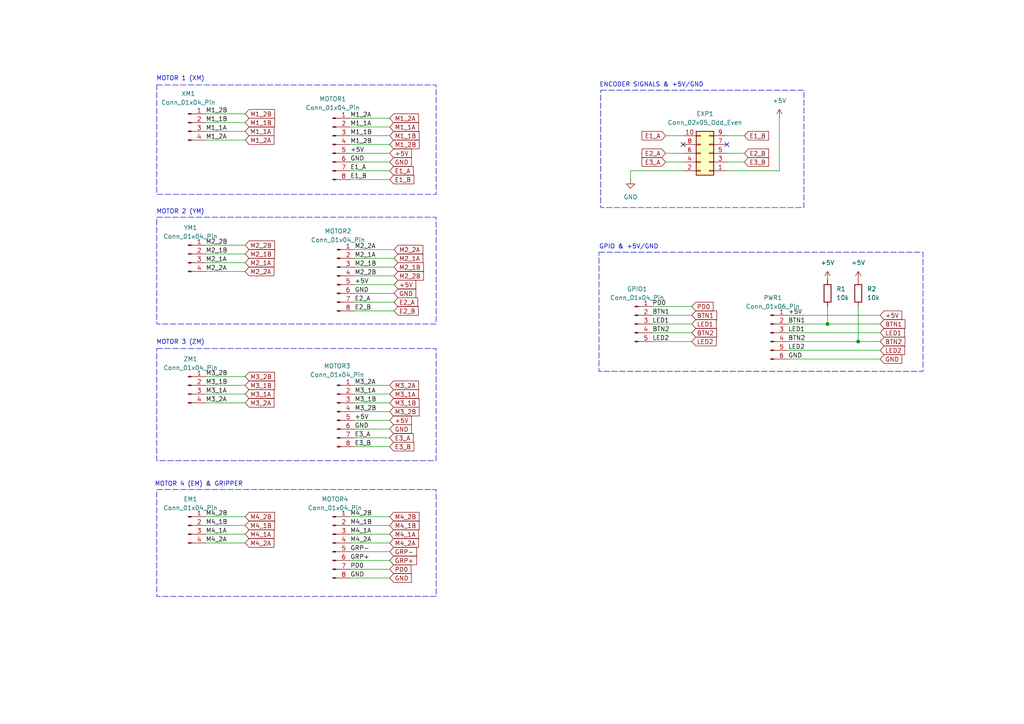
<source format=kicad_sch>
(kicad_sch (version 20231120) (generator "eeschema") (generator_version "8.0")
  (paper "A4")
  (lib_symbols
    (symbol "Connector:Conn_01x04_Pin" (pin_names (offset 1.016) hide)
      (property "Reference" "J" (at 0 5.08 0))
      (property "Value" "Conn_01x04_Pin" (at 0 -7.62 0))
      (symbol "Conn_01x04_Pin_1_1"
        (polyline (pts (xy 1.27 -5.08) (xy 0.8636 -5.08)) (stroke (width 0.1524)))
        (polyline (pts (xy 1.27 -2.54) (xy 0.8636 -2.54)) (stroke (width 0.1524)))
        (polyline (pts (xy 1.27 0) (xy 0.8636 0)) (stroke (width 0.1524)))
        (polyline (pts (xy 1.27 2.54) (xy 0.8636 2.54)) (stroke (width 0.1524)))
        (rectangle (start 0.8636 -4.953) (end 0 -5.207) (stroke (width 0.1524)) (fill (type outline)))
        (rectangle (start 0.8636 -2.413) (end 0 -2.667) (stroke (width 0.1524)) (fill (type outline)))
        (rectangle (start 0.8636 0.127) (end 0 -0.127) (stroke (width 0.1524)) (fill (type outline)))
        (rectangle (start 0.8636 2.667) (end 0 2.413) (stroke (width 0.1524)) (fill (type outline)))
        (pin passive line (at 5.08 2.54 180) (length 3.81) (name "Pin_1") (number "1"))
        (pin passive line (at 5.08 0 180) (length 3.81) (name "Pin_2") (number "2"))
        (pin passive line (at 5.08 -2.54 180) (length 3.81) (name "Pin_3") (number "3"))
        (pin passive line (at 5.08 -5.08 180) (length 3.81) (name "Pin_4") (number "4"))
      )
    )
    (symbol "Connector:Conn_01x05_Pin" (pin_names (offset 1.016) hide)
      (property "Reference" "J" (at 0 7.62 0))
      (property "Value" "Conn_01x05_Pin" (at 0 -7.62 0))
      (symbol "Conn_01x05_Pin_1_1"
        (polyline (pts (xy 1.27 -5.08) (xy 0.8636 -5.08)) (stroke (width 0.1524)))
        (polyline (pts (xy 1.27 -2.54) (xy 0.8636 -2.54)) (stroke (width 0.1524)))
        (polyline (pts (xy 1.27 0) (xy 0.8636 0)) (stroke (width 0.1524)))
        (polyline (pts (xy 1.27 2.54) (xy 0.8636 2.54)) (stroke (width 0.1524)))
        (polyline (pts (xy 1.27 5.08) (xy 0.8636 5.08)) (stroke (width 0.1524)))
        (rectangle (start 0.8636 -4.953) (end 0 -5.207) (stroke (width 0.1524)) (fill (type outline)))
        (rectangle (start 0.8636 -2.413) (end 0 -2.667) (stroke (width 0.1524)) (fill (type outline)))
        (rectangle (start 0.8636 0.127) (end 0 -0.127) (stroke (width 0.1524)) (fill (type outline)))
        (rectangle (start 0.8636 2.667) (end 0 2.413) (stroke (width 0.1524)) (fill (type outline)))
        (rectangle (start 0.8636 5.207) (end 0 4.953) (stroke (width 0.1524)) (fill (type outline)))
        (pin passive line (at 5.08 5.08 180) (length 3.81) (name "Pin_1") (number "1"))
        (pin passive line (at 5.08 2.54 180) (length 3.81) (name "Pin_2") (number "2"))
        (pin passive line (at 5.08 0 180) (length 3.81) (name "Pin_3") (number "3"))
        (pin passive line (at 5.08 -2.54 180) (length 3.81) (name "Pin_4") (number "4"))
        (pin passive line (at 5.08 -5.08 180) (length 3.81) (name "Pin_5") (number "5"))
      )
    )
    (symbol "Connector:Conn_01x06_Pin" (pin_names (offset 1.016) hide)
      (property "Reference" "J" (at 0 7.62 0))
      (property "Value" "Conn_01x06_Pin" (at 0 -10.16 0))
      (symbol "Conn_01x06_Pin_1_1"
        (polyline (pts (xy 1.27 -7.62) (xy 0.8636 -7.62)) (stroke (width 0.1524)))
        (polyline (pts (xy 1.27 -5.08) (xy 0.8636 -5.08)) (stroke (width 0.1524)))
        (polyline (pts (xy 1.27 -2.54) (xy 0.8636 -2.54)) (stroke (width 0.1524)))
        (polyline (pts (xy 1.27 0) (xy 0.8636 0)) (stroke (width 0.1524)))
        (polyline (pts (xy 1.27 2.54) (xy 0.8636 2.54)) (stroke (width 0.1524)))
        (polyline (pts (xy 1.27 5.08) (xy 0.8636 5.08)) (stroke (width 0.1524)))
        (rectangle (start 0.8636 -7.493) (end 0 -7.747) (stroke (width 0.1524)) (fill (type outline)))
        (rectangle (start 0.8636 -4.953) (end 0 -5.207) (stroke (width 0.1524)) (fill (type outline)))
        (rectangle (start 0.8636 -2.413) (end 0 -2.667) (stroke (width 0.1524)) (fill (type outline)))
        (rectangle (start 0.8636 0.127) (end 0 -0.127) (stroke (width 0.1524)) (fill (type outline)))
        (rectangle (start 0.8636 2.667) (end 0 2.413) (stroke (width 0.1524)) (fill (type outline)))
        (rectangle (start 0.8636 5.207) (end 0 4.953) (stroke (width 0.1524)) (fill (type outline)))
        (pin passive line (at 5.08 5.08 180) (length 3.81) (name "Pin_1") (number "1"))
        (pin passive line (at 5.08 2.54 180) (length 3.81) (name "Pin_2") (number "2"))
        (pin passive line (at 5.08 0 180) (length 3.81) (name "Pin_3") (number "3"))
        (pin passive line (at 5.08 -2.54 180) (length 3.81) (name "Pin_4") (number "4"))
        (pin passive line (at 5.08 -5.08 180) (length 3.81) (name "Pin_5") (number "5"))
        (pin passive line (at 5.08 -7.62 180) (length 3.81) (name "Pin_6") (number "6"))
      )
    )
    (symbol "Connector:Conn_01x08_Pin" (pin_names (offset 1.016) hide)
      (property "Reference" "J" (at 0 10.16 0))
      (property "Value" "Conn_01x08_Pin" (at 0 -12.7 0))
      (symbol "Conn_01x08_Pin_1_1"
        (polyline (pts (xy 1.27 -10.16) (xy 0.8636 -10.16)) (stroke (width 0.1524)))
        (polyline (pts (xy 1.27 -7.62) (xy 0.8636 -7.62)) (stroke (width 0.1524)))
        (polyline (pts (xy 1.27 -5.08) (xy 0.8636 -5.08)) (stroke (width 0.1524)))
        (polyline (pts (xy 1.27 -2.54) (xy 0.8636 -2.54)) (stroke (width 0.1524)))
        (polyline (pts (xy 1.27 0) (xy 0.8636 0)) (stroke (width 0.1524)))
        (polyline (pts (xy 1.27 2.54) (xy 0.8636 2.54)) (stroke (width 0.1524)))
        (polyline (pts (xy 1.27 5.08) (xy 0.8636 5.08)) (stroke (width 0.1524)))
        (polyline (pts (xy 1.27 7.62) (xy 0.8636 7.62)) (stroke (width 0.1524)))
        (rectangle (start 0.8636 -10.033) (end 0 -10.287) (stroke (width 0.1524)) (fill (type outline)))
        (rectangle (start 0.8636 -7.493) (end 0 -7.747) (stroke (width 0.1524)) (fill (type outline)))
        (rectangle (start 0.8636 -4.953) (end 0 -5.207) (stroke (width 0.1524)) (fill (type outline)))
        (rectangle (start 0.8636 -2.413) (end 0 -2.667) (stroke (width 0.1524)) (fill (type outline)))
        (rectangle (start 0.8636 0.127) (end 0 -0.127) (stroke (width 0.1524)) (fill (type outline)))
        (rectangle (start 0.8636 2.667) (end 0 2.413) (stroke (width 0.1524)) (fill (type outline)))
        (rectangle (start 0.8636 5.207) (end 0 4.953) (stroke (width 0.1524)) (fill (type outline)))
        (rectangle (start 0.8636 7.747) (end 0 7.493) (stroke (width 0.1524)) (fill (type outline)))
        (pin passive line (at 5.08 7.62 180) (length 3.81) (name "Pin_1") (number "1"))
        (pin passive line (at 5.08 5.08 180) (length 3.81) (name "Pin_2") (number "2"))
        (pin passive line (at 5.08 2.54 180) (length 3.81) (name "Pin_3") (number "3"))
        (pin passive line (at 5.08 0 180) (length 3.81) (name "Pin_4") (number "4"))
        (pin passive line (at 5.08 -2.54 180) (length 3.81) (name "Pin_5") (number "5"))
        (pin passive line (at 5.08 -5.08 180) (length 3.81) (name "Pin_6") (number "6"))
        (pin passive line (at 5.08 -7.62 180) (length 3.81) (name "Pin_7") (number "7"))
        (pin passive line (at 5.08 -10.16 180) (length 3.81) (name "Pin_8") (number "8"))
      )
    )
    (symbol "Connector_Generic:Conn_02x05_Odd_Even" (pin_names (offset 1.016) hide)
      (property "Reference" "J" (at 1.27 7.62 0))
      (property "Value" "Conn_02x05_Odd_Even" (at 1.27 -7.62 0))
      (symbol "Conn_02x05_Odd_Even_1_1"
        (rectangle (start -1.27 -4.953) (end 0 -5.207) (stroke (width 0.1524)))
        (rectangle (start -1.27 -2.413) (end 0 -2.667) (stroke (width 0.1524)))
        (rectangle (start -1.27 0.127) (end 0 -0.127) (stroke (width 0.1524)))
        (rectangle (start -1.27 2.667) (end 0 2.413) (stroke (width 0.1524)))
        (rectangle (start -1.27 5.207) (end 0 4.953) (stroke (width 0.1524)))
        (rectangle (start -1.27 6.35) (end 3.81 -6.35) (stroke (width 0.254)) (fill (type background)))
        (rectangle (start 3.81 -4.953) (end 2.54 -5.207) (stroke (width 0.1524)))
        (rectangle (start 3.81 -2.413) (end 2.54 -2.667) (stroke (width 0.1524)))
        (rectangle (start 3.81 0.127) (end 2.54 -0.127) (stroke (width 0.1524)))
        (rectangle (start 3.81 2.667) (end 2.54 2.413) (stroke (width 0.1524)))
        (rectangle (start 3.81 5.207) (end 2.54 4.953) (stroke (width 0.1524)))
        (pin passive line (at -5.08 5.08 0) (length 3.81) (name "Pin_1") (number "1"))
        (pin passive line (at 7.62 -5.08 180) (length 3.81) (name "Pin_10") (number "10"))
        (pin passive line (at 7.62 5.08 180) (length 3.81) (name "Pin_2") (number "2"))
        (pin passive line (at -5.08 2.54 0) (length 3.81) (name "Pin_3") (number "3"))
        (pin passive line (at 7.62 2.54 180) (length 3.81) (name "Pin_4") (number "4"))
        (pin passive line (at -5.08 0 0) (length 3.81) (name "Pin_5") (number "5"))
        (pin passive line (at 7.62 0 180) (length 3.81) (name "Pin_6") (number "6"))
        (pin passive line (at -5.08 -2.54 0) (length 3.81) (name "Pin_7") (number "7"))
        (pin passive line (at 7.62 -2.54 180) (length 3.81) (name "Pin_8") (number "8"))
        (pin passive line (at -5.08 -5.08 0) (length 3.81) (name "Pin_9") (number "9"))
      )
    )
    (symbol "Device:R" (pin_numbers hide) (pin_names (offset 0))
      (property "Reference" "R" (at 2.032 0 90))
      (property "Value" "R" (at 0 0 90))
      (symbol "R_0_1"
        (rectangle (start -1.016 -2.54) (end 1.016 2.54) (stroke (width 0.254)))
      )
      (symbol "R_1_1"
        (pin passive line (at 0 3.81 270) (length 1.27) (name "~") (number "1"))
        (pin passive line (at 0 -3.81 90) (length 1.27) (name "~") (number "2"))
      )
    )
    (symbol "power:+5V" (power) (pin_numbers hide) (pin_names (offset 0) hide)
      (property "Value" "+5V" (at 0 3.556 0))
      (symbol "+5V_0_1"
        (polyline (pts (xy -0.762 1.27) (xy 0 2.54)))
        (polyline (pts (xy 0 0) (xy 0 2.54)))
        (polyline (pts (xy 0 2.54) (xy 0.762 1.27)))
      )
      (symbol "+5V_1_1"
        (pin power_in line (at 0 0 90) (length 0) (name "~") (number "1"))
      )
    )
    (symbol "power:GND" (power) (pin_numbers hide) (pin_names (offset 0) hide)
      (property "Value" "GND" (at 0 -3.81 0))
      (symbol "GND_0_1"
        (polyline (pts (xy 0 0) (xy 0 -1.27) (xy 1.27 -1.27) (xy 0 -2.54) (xy -1.27 -1.27) (xy 0 -1.27)))
      )
      (symbol "GND_1_1"
        (pin power_in line (at 0 0 270) (length 0) (name "~") (number "1"))
      )
    )
  )
  (junction (at 240.03 93.98))
  (junction (at 248.92 99.06))
  (no_connect (at 210.82 41.91))
  (no_connect (at 198.12 41.91))
  (wire (pts (xy 228.6 91.44) (xy 255.27 91.44)))
  (wire (pts (xy 59.69 33.02) (xy 71.12 33.02)))
  (wire (pts (xy 182.88 49.53) (xy 198.12 49.53)))
  (wire (pts (xy 102.87 72.39) (xy 114.3 72.39)))
  (wire (pts (xy 102.87 127) (xy 113.03 127)))
  (wire (pts (xy 102.87 80.01) (xy 114.3 80.01)))
  (wire (pts (xy 189.23 99.06) (xy 200.66 99.06)))
  (wire (pts (xy 210.82 44.45) (xy 215.9 44.45)))
  (wire (pts (xy 59.69 76.2) (xy 71.12 76.2)))
  (wire (pts (xy 59.69 38.1) (xy 71.12 38.1)))
  (wire (pts (xy 193.04 46.99) (xy 198.12 46.99)))
  (wire (pts (xy 101.6 154.94) (xy 113.03 154.94)))
  (wire (pts (xy 101.6 167.64) (xy 113.03 167.64)))
  (wire (pts (xy 101.6 46.99) (xy 113.03 46.99)))
  (wire (pts (xy 102.87 124.46) (xy 113.03 124.46)))
  (wire (pts (xy 59.69 71.12) (xy 71.12 71.12)))
  (wire (pts (xy 59.69 152.4) (xy 71.12 152.4)))
  (wire (pts (xy 102.87 129.54) (xy 113.03 129.54)))
  (wire (pts (xy 189.23 88.9) (xy 200.66 88.9)))
  (wire (pts (xy 248.92 88.9) (xy 248.92 99.06)))
  (wire (pts (xy 193.04 44.45) (xy 198.12 44.45)))
  (wire (pts (xy 228.6 96.52) (xy 255.27 96.52)))
  (wire (pts (xy 59.69 73.66) (xy 71.12 73.66)))
  (wire (pts (xy 59.69 78.74) (xy 71.12 78.74)))
  (wire (pts (xy 210.82 39.37) (xy 215.9 39.37)))
  (wire (pts (xy 59.69 116.84) (xy 71.12 116.84)))
  (wire (pts (xy 59.69 149.86) (xy 71.12 149.86)))
  (wire (pts (xy 102.87 119.38) (xy 113.03 119.38)))
  (wire (pts (xy 101.6 157.48) (xy 113.03 157.48)))
  (wire (pts (xy 248.92 99.06) (xy 255.27 99.06)))
  (wire (pts (xy 228.6 104.14) (xy 255.27 104.14)))
  (wire (pts (xy 102.87 77.47) (xy 114.3 77.47)))
  (wire (pts (xy 102.87 82.55) (xy 114.3 82.55)))
  (wire (pts (xy 101.6 39.37) (xy 113.03 39.37)))
  (wire (pts (xy 101.6 165.1) (xy 113.03 165.1)))
  (wire (pts (xy 101.6 41.91) (xy 113.03 41.91)))
  (wire (pts (xy 102.87 111.76) (xy 113.03 111.76)))
  (wire (pts (xy 59.69 109.22) (xy 71.12 109.22)))
  (wire (pts (xy 102.87 121.92) (xy 113.03 121.92)))
  (wire (pts (xy 59.69 35.56) (xy 71.12 35.56)))
  (wire (pts (xy 59.69 40.64) (xy 71.12 40.64)))
  (wire (pts (xy 102.87 87.63) (xy 114.3 87.63)))
  (wire (pts (xy 226.06 34.29) (xy 226.06 49.53)))
  (wire (pts (xy 210.82 46.99) (xy 215.9 46.99)))
  (wire (pts (xy 102.87 116.84) (xy 113.03 116.84)))
  (wire (pts (xy 59.69 154.94) (xy 71.12 154.94)))
  (wire (pts (xy 228.6 101.6) (xy 255.27 101.6)))
  (wire (pts (xy 210.82 49.53) (xy 226.06 49.53)))
  (wire (pts (xy 101.6 44.45) (xy 113.03 44.45)))
  (wire (pts (xy 102.87 90.17) (xy 114.3 90.17)))
  (wire (pts (xy 102.87 85.09) (xy 114.3 85.09)))
  (wire (pts (xy 101.6 162.56) (xy 113.03 162.56)))
  (wire (pts (xy 240.03 88.9) (xy 240.03 93.98)))
  (wire (pts (xy 101.6 49.53) (xy 113.03 49.53)))
  (wire (pts (xy 189.23 96.52) (xy 200.66 96.52)))
  (wire (pts (xy 59.69 111.76) (xy 71.12 111.76)))
  (wire (pts (xy 101.6 36.83) (xy 113.03 36.83)))
  (wire (pts (xy 101.6 160.02) (xy 113.03 160.02)))
  (wire (pts (xy 59.69 157.48) (xy 71.12 157.48)))
  (wire (pts (xy 101.6 149.86) (xy 113.03 149.86)))
  (wire (pts (xy 102.87 114.3) (xy 113.03 114.3)))
  (wire (pts (xy 102.87 74.93) (xy 114.3 74.93)))
  (wire (pts (xy 240.03 93.98) (xy 255.27 93.98)))
  (wire (pts (xy 193.04 39.37) (xy 198.12 39.37)))
  (wire (pts (xy 101.6 152.4) (xy 113.03 152.4)))
  (wire (pts (xy 101.6 52.07) (xy 113.03 52.07)))
  (wire (pts (xy 189.23 93.98) (xy 200.66 93.98)))
  (wire (pts (xy 101.6 34.29) (xy 113.03 34.29)))
  (wire (pts (xy 59.69 114.3) (xy 71.12 114.3)))
  (wire (pts (xy 182.88 52.07) (xy 182.88 49.53)))
  (wire (pts (xy 228.6 99.06) (xy 248.92 99.06)))
  (wire (pts (xy 189.23 91.44) (xy 200.66 91.44)))
  (wire (pts (xy 228.6 93.98) (xy 240.03 93.98)))
  (rectangle (start 45.466 24.638) (end 126.492 56.388) (stroke (width 0) (type dash)))
  (rectangle (start 45.466 141.986) (end 126.492 172.974) (stroke (width 0) (type dash)))
  (rectangle (start 45.466 62.992) (end 126.492 93.98) (stroke (width 0) (type dash)))
  (rectangle (start 173.736 73.152) (end 267.716 107.696) (stroke (width 0) (type dash)))
  (rectangle (start 45.466 101.092) (end 126.492 133.604) (stroke (width 0) (type dash)))
  (rectangle (start 174.244 26.162) (end 233.172 60.198) (stroke (width 0) (type dash)))
  (text "ENCODER SIGNALS & +5V/GND" (at 188.976 24.638 0) (effects (font (size 1.27 1.27))))
  (text "MOTOR 3 (ZM)" (at 52.324 99.314 0) (effects (font (size 1.27 1.27))))
  (text "MOTOR 4 (EM) & GRIPPER" (at 57.658 140.462 0) (effects (font (size 1.27 1.27))))
  (text "MOTOR 1 (XM)" (at 52.324 22.86 0) (effects (font (size 1.27 1.27))))
  (text "GPIO & +5V/GND" (at 182.372 71.628 0) (effects (font (size 1.27 1.27))))
  (text "MOTOR 2 (YM)" (at 52.324 61.468 0) (effects (font (size 1.27 1.27))))
  (label "LED2" (at 189.23 99.06 0))
  (label "GRP+" (at 101.6 162.56 0))
  (label "M1_2A" (at 59.69 40.64 0))
  (label "M4_1A" (at 59.69 154.94 0))
  (label "+5V" (at 101.6 44.45 0))
  (label "PD0" (at 101.6 165.1 0))
  (label "GND" (at 102.87 85.09 0))
  (label "GND" (at 102.87 124.46 0))
  (label "M2_1A" (at 59.69 76.2 0))
  (label "+5V" (at 102.87 121.92 0))
  (label "M3_2A" (at 59.69 116.84 0))
  (label "LED2" (at 228.6 101.6 0))
  (label "GND" (at 101.6 46.99 0))
  (label "PD0" (at 189.23 88.9 0))
  (label "M2_2A" (at 59.69 78.74 0))
  (label "M3_1A" (at 59.69 114.3 0))
  (label "M3_1B" (at 59.69 111.76 0))
  (label "M3_2A" (at 102.87 111.76 0))
  (label "M1_1B" (at 101.6 39.37 0))
  (label "M3_2B" (at 59.69 109.22 0))
  (label "M1_2A" (at 101.6 34.29 0))
  (label "E3_B" (at 102.87 129.54 0))
  (label "M2_1B" (at 59.69 73.66 0))
  (label "+5V" (at 102.87 82.55 0))
  (label "E3_A" (at 102.87 127 0))
  (label "M2_2B" (at 102.87 80.01 0))
  (label "LED1" (at 228.6 96.52 0))
  (label "BTN1" (at 228.6 93.98 0))
  (label "E2_A" (at 102.87 87.63 0))
  (label "M2_2B" (at 59.69 71.12 0))
  (label "M2_1A" (at 102.87 74.93 0))
  (label "E1_A" (at 101.6 49.53 0))
  (label "GRP-" (at 101.6 160.02 0))
  (label "M4_1B" (at 59.69 152.4 0))
  (label "M1_2B" (at 101.6 41.91 0))
  (label "GND" (at 228.6 104.14 0))
  (label "M4_1B" (at 101.6 152.4 0))
  (label "M3_1A" (at 102.87 114.3 0))
  (label "BTN1" (at 189.23 91.44 0))
  (label "M1_1A" (at 59.69 38.1 0))
  (label "M2_1B" (at 102.87 77.47 0))
  (label "BTN2" (at 189.23 96.52 0))
  (label "M4_2B" (at 59.69 149.86 0))
  (label "E1_B" (at 101.6 52.07 0))
  (label "M4_1A" (at 101.6 154.94 0))
  (label "M4_2A" (at 101.6 157.48 0))
  (label "+5V" (at 228.6 91.44 0))
  (label "E2_B" (at 102.87 90.17 0))
  (label "M1_1B" (at 59.69 35.56 0))
  (label "M2_2A" (at 102.87 72.39 0))
  (label "BTN2" (at 228.6 99.06 0))
  (label "M3_1B" (at 102.87 116.84 0))
  (label "M4_2A" (at 59.69 157.48 0))
  (label "M3_2B" (at 102.87 119.38 0))
  (label "LED1" (at 189.23 93.98 0))
  (label "M1_2B" (at 59.69 33.02 0))
  (label "M1_1A" (at 101.6 36.83 0))
  (label "M4_2B" (at 101.6 149.86 0))
  (label "GND" (at 101.6 167.64 0))
  (global_label "M1_1B" (shape input) (at 113.03 39.37 0) (property "Intersheetrefs" "${INTERSHEET_REFS}" (effects (hide yes))))
  (global_label "M3_1B" (shape input) (at 71.12 111.76 0) (property "Intersheetrefs" "${INTERSHEET_REFS}" (effects (hide yes))))
  (global_label "M3_1A" (shape input) (at 71.12 114.3 0) (property "Intersheetrefs" "${INTERSHEET_REFS}" (effects (hide yes))))
  (global_label "LED2" (shape input) (at 255.27 101.6 0) (property "Intersheetrefs" "${INTERSHEET_REFS}" (effects (hide yes))))
  (global_label "M2_2A" (shape input) (at 114.3 72.39 0) (property "Intersheetrefs" "${INTERSHEET_REFS}" (effects (hide yes))))
  (global_label "E3_B" (shape input) (at 215.9 46.99 0) (property "Intersheetrefs" "${INTERSHEET_REFS}" (effects (hide yes))))
  (global_label "E1_A" (shape input) (at 113.03 49.53 0) (property "Intersheetrefs" "${INTERSHEET_REFS}" (effects (hide yes))))
  (global_label "PD0" (shape input) (at 200.66 88.9 0) (property "Intersheetrefs" "${INTERSHEET_REFS}" (effects (hide yes))))
  (global_label "E3_B" (shape input) (at 113.03 129.54 0) (property "Intersheetrefs" "${INTERSHEET_REFS}" (effects (hide yes))))
  (global_label "E1_B" (shape input) (at 215.9 39.37 0) (property "Intersheetrefs" "${INTERSHEET_REFS}" (effects (hide yes))))
  (global_label "E2_B" (shape input) (at 114.3 90.17 0) (property "Intersheetrefs" "${INTERSHEET_REFS}" (effects (hide yes))))
  (global_label "M3_2B" (shape input) (at 71.12 109.22 0) (property "Intersheetrefs" "${INTERSHEET_REFS}" (effects (hide yes))))
  (global_label "+5V" (shape input) (at 113.03 44.45 0) (property "Intersheetrefs" "${INTERSHEET_REFS}" (effects (hide yes))))
  (global_label "+5V" (shape input) (at 113.03 121.92 0) (property "Intersheetrefs" "${INTERSHEET_REFS}" (effects (hide yes))))
  (global_label "LED1" (shape input) (at 255.27 96.52 0) (property "Intersheetrefs" "${INTERSHEET_REFS}" (effects (hide yes))))
  (global_label "M4_1A" (shape input) (at 71.12 154.94 0) (property "Intersheetrefs" "${INTERSHEET_REFS}" (effects (hide yes))))
  (global_label "PD0" (shape input) (at 113.03 165.1 0) (property "Intersheetrefs" "${INTERSHEET_REFS}" (effects (hide yes))))
  (global_label "M4_1B" (shape input) (at 113.03 152.4 0) (property "Intersheetrefs" "${INTERSHEET_REFS}" (effects (hide yes))))
  (global_label "M1_2B" (shape input) (at 113.03 41.91 0) (property "Intersheetrefs" "${INTERSHEET_REFS}" (effects (hide yes))))
  (global_label "GND" (shape input) (at 114.3 85.09 0) (property "Intersheetrefs" "${INTERSHEET_REFS}" (effects (hide yes))))
  (global_label "M1_1B" (shape input) (at 71.12 35.56 0) (property "Intersheetrefs" "${INTERSHEET_REFS}" (effects (hide yes))))
  (global_label "E2_B" (shape input) (at 215.9 44.45 0) (property "Intersheetrefs" "${INTERSHEET_REFS}" (effects (hide yes))))
  (global_label "M1_2B" (shape input) (at 71.12 33.02 0) (property "Intersheetrefs" "${INTERSHEET_REFS}" (effects (hide yes))))
  (global_label "M3_2B" (shape input) (at 113.03 119.38 0) (property "Intersheetrefs" "${INTERSHEET_REFS}" (effects (hide yes))))
  (global_label "M3_1A" (shape input) (at 113.03 114.3 0) (property "Intersheetrefs" "${INTERSHEET_REFS}" (effects (hide yes))))
  (global_label "LED1" (shape input) (at 200.66 93.98 0) (property "Intersheetrefs" "${INTERSHEET_REFS}" (effects (hide yes))))
  (global_label "BTN1" (shape input) (at 200.66 91.44 0) (property "Intersheetrefs" "${INTERSHEET_REFS}" (effects (hide yes))))
  (global_label "+5V" (shape input) (at 114.3 82.55 0) (property "Intersheetrefs" "${INTERSHEET_REFS}" (effects (hide yes))))
  (global_label "M2_1A" (shape input) (at 71.12 76.2 0) (property "Intersheetrefs" "${INTERSHEET_REFS}" (effects (hide yes))))
  (global_label "M1_1A" (shape input) (at 113.03 36.83 0) (property "Intersheetrefs" "${INTERSHEET_REFS}" (effects (hide yes))))
  (global_label "GND" (shape input) (at 113.03 124.46 0) (property "Intersheetrefs" "${INTERSHEET_REFS}" (effects (hide yes))))
  (global_label "GND" (shape input) (at 113.03 167.64 0) (property "Intersheetrefs" "${INTERSHEET_REFS}" (effects (hide yes))))
  (global_label "M3_2A" (shape input) (at 71.12 116.84 0) (property "Intersheetrefs" "${INTERSHEET_REFS}" (effects (hide yes))))
  (global_label "M1_1A" (shape input) (at 71.12 38.1 0) (property "Intersheetrefs" "${INTERSHEET_REFS}" (effects (hide yes))))
  (global_label "M2_2B" (shape input) (at 114.3 80.01 0) (property "Intersheetrefs" "${INTERSHEET_REFS}" (effects (hide yes))))
  (global_label "E1_B" (shape input) (at 113.03 52.07 0) (property "Intersheetrefs" "${INTERSHEET_REFS}" (effects (hide yes))))
  (global_label "M4_2A" (shape input) (at 71.12 157.48 0) (property "Intersheetrefs" "${INTERSHEET_REFS}" (effects (hide yes))))
  (global_label "M1_2A" (shape input) (at 71.12 40.64 0) (property "Intersheetrefs" "${INTERSHEET_REFS}" (effects (hide yes))))
  (global_label "BTN1" (shape input) (at 255.27 93.98 0) (property "Intersheetrefs" "${INTERSHEET_REFS}" (effects (hide yes))))
  (global_label "M3_2A" (shape input) (at 113.03 111.76 0) (property "Intersheetrefs" "${INTERSHEET_REFS}" (effects (hide yes))))
  (global_label "+5V" (shape input) (at 255.27 91.44 0) (property "Intersheetrefs" "${INTERSHEET_REFS}" (effects (hide yes))))
  (global_label "BTN2" (shape input) (at 200.66 96.52 0) (property "Intersheetrefs" "${INTERSHEET_REFS}" (effects (hide yes))))
  (global_label "E2_A" (shape input) (at 114.3 87.63 0) (property "Intersheetrefs" "${INTERSHEET_REFS}" (effects (hide yes))))
  (global_label "GND" (shape input) (at 255.27 104.14 0) (property "Intersheetrefs" "${INTERSHEET_REFS}" (effects (hide yes))))
  (global_label "E3_A" (shape input) (at 113.03 127 0) (property "Intersheetrefs" "${INTERSHEET_REFS}" (effects (hide yes))))
  (global_label "BTN2" (shape input) (at 255.27 99.06 0) (property "Intersheetrefs" "${INTERSHEET_REFS}" (effects (hide yes))))
  (global_label "M1_2A" (shape input) (at 113.03 34.29 0) (property "Intersheetrefs" "${INTERSHEET_REFS}" (effects (hide yes))))
  (global_label "LED2" (shape input) (at 200.66 99.06 0) (property "Intersheetrefs" "${INTERSHEET_REFS}" (effects (hide yes))))
  (global_label "E2_A" (shape input) (at 193.04 44.45 180) (property "Intersheetrefs" "${INTERSHEET_REFS}" (effects (hide yes))))
  (global_label "GRP-" (shape input) (at 113.03 160.02 0) (property "Intersheetrefs" "${INTERSHEET_REFS}" (effects (hide yes))))
  (global_label "M4_1B" (shape input) (at 71.12 152.4 0) (property "Intersheetrefs" "${INTERSHEET_REFS}" (effects (hide yes))))
  (global_label "M4_2B" (shape input) (at 71.12 149.86 0) (property "Intersheetrefs" "${INTERSHEET_REFS}" (effects (hide yes))))
  (global_label "M3_1B" (shape input) (at 113.03 116.84 0) (property "Intersheetrefs" "${INTERSHEET_REFS}" (effects (hide yes))))
  (global_label "M2_1B" (shape input) (at 114.3 77.47 0) (property "Intersheetrefs" "${INTERSHEET_REFS}" (effects (hide yes))))
  (global_label "GND" (shape input) (at 113.03 46.99 0) (property "Intersheetrefs" "${INTERSHEET_REFS}" (effects (hide yes))))
  (global_label "M2_2A" (shape input) (at 71.12 78.74 0) (property "Intersheetrefs" "${INTERSHEET_REFS}" (effects (hide yes))))
  (global_label "M4_2B" (shape input) (at 113.03 149.86 0) (property "Intersheetrefs" "${INTERSHEET_REFS}" (effects (hide yes))))
  (global_label "M2_1A" (shape input) (at 114.3 74.93 0) (property "Intersheetrefs" "${INTERSHEET_REFS}" (effects (hide yes))))
  (global_label "M4_1A" (shape input) (at 113.03 154.94 0) (property "Intersheetrefs" "${INTERSHEET_REFS}" (effects (hide yes))))
  (global_label "M2_2B" (shape input) (at 71.12 71.12 0) (property "Intersheetrefs" "${INTERSHEET_REFS}" (effects (hide yes))))
  (global_label "E3_A" (shape input) (at 193.04 46.99 180) (property "Intersheetrefs" "${INTERSHEET_REFS}" (effects (hide yes))))
  (global_label "GRP+" (shape input) (at 113.03 162.56 0) (property "Intersheetrefs" "${INTERSHEET_REFS}" (effects (hide yes))))
  (global_label "M4_2A" (shape input) (at 113.03 157.48 0) (property "Intersheetrefs" "${INTERSHEET_REFS}" (effects (hide yes))))
  (global_label "M2_1B" (shape input) (at 71.12 73.66 0) (property "Intersheetrefs" "${INTERSHEET_REFS}" (effects (hide yes))))
  (global_label "E1_A" (shape input) (at 193.04 39.37 180) (property "Intersheetrefs" "${INTERSHEET_REFS}" (effects (hide yes))))
  (symbol (lib_id "Connector:Conn_01x04_Pin") (at 54.61 152.4 0) (unit 1)
    (property "Reference" "EM1" (at 55.245 144.78 0))
    (property "Value" "Conn_01x04_Pin" (at 55.245 147.32 0))
    (property "Footprint" "Connector_JST:JST_XH_B4B-XH-A_1x04_P2.50mm_Vertical" (effects (hide yes)))
    (property "Description" "Generic connector, single row, 01x04, script generated" (effects (hide yes)))
  )
  (symbol (lib_id "Connector:Conn_01x06_Pin") (at 223.52 96.52 0) (unit 1)
    (property "Reference" "PWR1" (at 224.155 86.36 0))
    (property "Value" "Conn_01x06_Pin" (at 224.155 88.9 0))
    (property "Footprint" "01_myLibrary:MV1.5_6-G-3.5" (effects (hide yes)))
    (property "Description" "Generic connector, single row, 01x06, script generated" (effects (hide yes)))
  )
  (symbol (lib_id "Connector:Conn_01x05_Pin") (at 184.15 93.98 0) (unit 1)
    (property "Reference" "GPIO1" (at 184.785 83.82 0))
    (property "Value" "Conn_01x04_Pin" (at 184.785 86.36 0))
    (property "Footprint" "Connector_PinHeader_2.54mm:PinHeader_1x05_P2.54mm_Vertical" (effects (hide yes)))
    (property "Description" "Generic connector, single row, 01x05, script generated" (effects (hide yes)))
  )
  (symbol (lib_id "power:GND") (at 182.88 52.07 0) (unit 1)
    (property "Reference" "#PWR03" (effects (hide yes)))
    (property "Value" "GND" (at 182.88 57.15 0))
    (property "Description" "Power symbol creates a global label with name \"GND\" , ground" (effects (hide yes)))
  )
  (symbol (lib_id "power:+5V") (at 226.06 34.29 0) (unit 1)
    (property "Reference" "#PWR04" (effects (hide yes)))
    (property "Value" "+5V" (at 226.06 29.21 0))
    (property "Description" "Power symbol creates a global label with name \"+5V\"" (effects (hide yes)))
  )
  (symbol (lib_id "Device:R") (at 240.03 85.09 0) (unit 1)
    (property "Reference" "R1" (at 242.57 83.8199 0) (effects (justify left)))
    (property "Value" "10k" (at 242.57 86.3599 0) (effects (justify left)))
    (property "Footprint" "Resistor_SMD:R_0805_2012Metric" (effects (hide yes)))
    (property "Description" "Resistor" (effects (hide yes)))
  )
  (symbol (lib_id "Device:R") (at 248.92 85.09 0) (unit 1)
    (property "Reference" "R2" (at 251.46 83.8199 0) (effects (justify left)))
    (property "Value" "10k" (at 251.46 86.3599 0) (effects (justify left)))
    (property "Footprint" "Resistor_SMD:R_0805_2012Metric" (effects (hide yes)))
    (property "Description" "Resistor" (effects (hide yes)))
  )
  (symbol (lib_id "Connector_Generic:Conn_02x05_Odd_Even") (at 205.74 44.45 180) (unit 1)
    (property "Reference" "EXP1" (at 204.47 33.02 0))
    (property "Value" "Conn_02x05_Odd_Even" (at 204.47 35.56 0))
    (property "Footprint" "Connector_IDC:IDC-Header_2x05_P2.54mm_Vertical" (effects (hide yes)))
    (property "Description" "Generic connector, double row, 02x05, odd/even pin numbering scheme (row 1 odd numbers, row 2 even numbers), script generated (kicad-library-utils/schlib/autogen/connector/)" (effects (hide yes)))
  )
  (symbol (lib_id "Connector:Conn_01x08_Pin") (at 97.79 80.01 0) (unit 1)
    (property "Reference" "MOTOR2" (at 98.044 67.056 0))
    (property "Value" "Conn_01x04_Pin" (at 98.044 69.596 0))
    (property "Footprint" "01_myLibrary:MC1.5_8-G-3.5" (effects (hide yes)))
    (property "Description" "Generic connector, single row, 01x08, script generated" (effects (hide yes)))
  )
  (symbol (lib_id "power:+5V") (at 240.03 81.28 0) (unit 1)
    (property "Reference" "#PWR01" (effects (hide yes)))
    (property "Value" "+5V" (at 240.03 76.2 0))
    (property "Description" "Power symbol creates a global label with name \"+5V\"" (effects (hide yes)))
  )
  (symbol (lib_id "Connector:Conn_01x08_Pin") (at 96.52 41.91 0) (unit 1)
    (property "Reference" "MOTOR1" (at 96.52 28.702 0))
    (property "Value" "Conn_01x04_Pin" (at 96.52 31.242 0))
    (property "Footprint" "01_myLibrary:MC1.5_8-G-3.5" (effects (hide yes)))
    (property "Description" "Generic connector, single row, 01x08, script generated" (effects (hide yes)))
  )
  (symbol (lib_id "Connector:Conn_01x04_Pin") (at 54.61 111.76 0) (unit 1)
    (property "Reference" "ZM1" (at 55.245 104.14 0))
    (property "Value" "Conn_01x04_Pin" (at 55.245 106.68 0))
    (property "Footprint" "Connector_JST:JST_XH_B4B-XH-A_1x04_P2.50mm_Vertical" (effects (hide yes)))
    (property "Description" "Generic connector, single row, 01x04, script generated" (effects (hide yes)))
  )
  (symbol (lib_id "Connector:Conn_01x08_Pin") (at 96.52 157.48 0) (unit 1)
    (property "Reference" "MOTOR4" (at 97.155 144.78 0))
    (property "Value" "Conn_01x04_Pin" (at 97.155 147.32 0))
    (property "Footprint" "01_myLibrary:MC1.5_8-G-3.5" (effects (hide yes)))
    (property "Description" "Generic connector, single row, 01x08, script generated" (effects (hide yes)))
  )
  (symbol (lib_id "Connector:Conn_01x04_Pin") (at 54.61 35.56 0) (unit 1)
    (property "Reference" "XM1" (at 54.61 27.178 0))
    (property "Value" "Conn_01x04_Pin" (at 54.61 29.718 0))
    (property "Footprint" "Connector_JST:JST_XH_B4B-XH-A_1x04_P2.50mm_Vertical" (effects (hide yes)))
    (property "Description" "Generic connector, single row, 01x04, script generated" (effects (hide yes)))
  )
  (symbol (lib_id "Connector:Conn_01x08_Pin") (at 97.79 119.38 0) (unit 1)
    (property "Reference" "MOTOR3" (at 97.79 106.172 0))
    (property "Value" "Conn_01x04_Pin" (at 97.79 108.712 0))
    (property "Footprint" "01_myLibrary:MC1.5_8-G-3.5" (effects (hide yes)))
    (property "Description" "Generic connector, single row, 01x08, script generated" (effects (hide yes)))
  )
  (symbol (lib_id "power:+5V") (at 248.92 81.28 0) (unit 1)
    (property "Reference" "#PWR02" (effects (hide yes)))
    (property "Value" "+5V" (at 248.92 76.2 0))
    (property "Description" "Power symbol creates a global label with name \"+5V\"" (effects (hide yes)))
  )
  (symbol (lib_id "Connector:Conn_01x04_Pin") (at 54.61 73.66 0) (unit 1)
    (property "Reference" "YM1" (at 55.245 66.04 0))
    (property "Value" "Conn_01x04_Pin" (at 55.245 68.58 0))
    (property "Footprint" "Connector_JST:JST_XH_B4B-XH-A_1x04_P2.50mm_Vertical" (effects (hide yes)))
    (property "Description" "Generic connector, single row, 01x04, script generated" (effects (hide yes)))
  )
)
</source>
